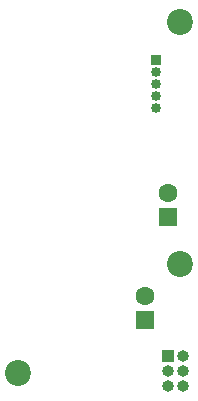
<source format=gbr>
%TF.GenerationSoftware,KiCad,Pcbnew,7.0.7*%
%TF.CreationDate,2024-03-31T00:03:08-06:00*%
%TF.ProjectId,timer,74696d65-722e-46b6-9963-61645f706362,rev?*%
%TF.SameCoordinates,Original*%
%TF.FileFunction,Soldermask,Bot*%
%TF.FilePolarity,Negative*%
%FSLAX46Y46*%
G04 Gerber Fmt 4.6, Leading zero omitted, Abs format (unit mm)*
G04 Created by KiCad (PCBNEW 7.0.7) date 2024-03-31 00:03:08*
%MOMM*%
%LPD*%
G01*
G04 APERTURE LIST*
%ADD10C,2.200000*%
%ADD11C,1.600000*%
%ADD12R,1.600000X1.600000*%
%ADD13R,1.000000X1.000000*%
%ADD14O,1.000000X1.000000*%
%ADD15R,0.850000X0.850000*%
%ADD16O,0.850000X0.850000*%
G04 APERTURE END LIST*
D10*
%TO.C,REF\u002A\u002A*%
X222000000Y-76750000D03*
%TD*%
%TO.C,REF\u002A\u002A*%
X208250000Y-106500000D03*
%TD*%
D11*
%TO.C,C2*%
X221000000Y-91250000D03*
D12*
X221000000Y-93250000D03*
%TD*%
D13*
%TO.C,J1*%
X221000000Y-104980000D03*
D14*
X222270000Y-104980000D03*
X221000000Y-106250000D03*
X222270000Y-106250000D03*
X221000000Y-107520000D03*
X222270000Y-107520000D03*
%TD*%
D12*
%TO.C,C1*%
X219000000Y-101955113D03*
D11*
X219000000Y-99955113D03*
%TD*%
D15*
%TO.C,J2*%
X220000000Y-80000000D03*
D16*
X220000000Y-81000000D03*
X220000000Y-82000000D03*
X220000000Y-83000000D03*
X220000000Y-84000000D03*
%TD*%
D10*
%TO.C,REF\u002A\u002A*%
X222000000Y-97250000D03*
%TD*%
M02*

</source>
